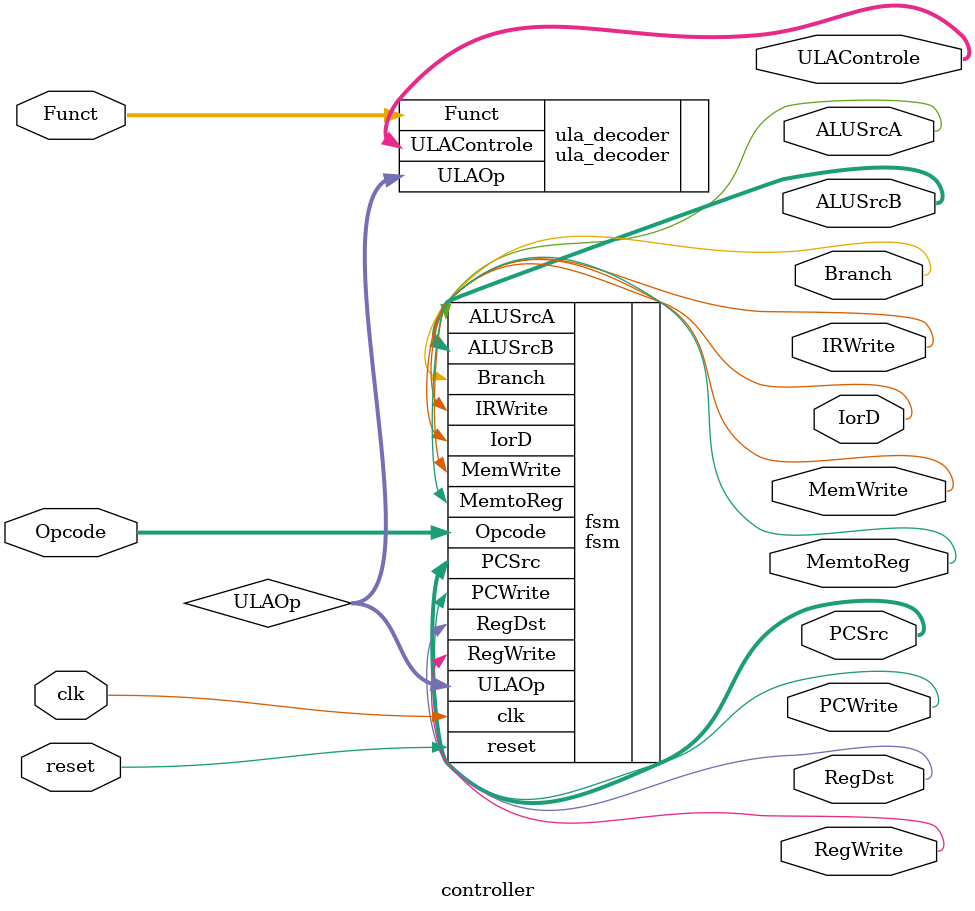
<source format=sv>
module controller(
    input logic [5:0] Opcode, Funct,
    input logic clk, reset,
    output logic MemtoReg, RegDst, IorD, ALUSrcA, IRWrite, MemWrite, PCWrite, Branch, RegWrite,
    output logic [1:0] ALUSrcB, PCSrc,
    output logic [2:0] ULAControle
    );

    logic [1:0]ULAOp;

    fsm fsm(.Opcode(Opcode), .clk(clk), .reset(reset), .MemtoReg(MemtoReg), .RegDst(RegDst), .IorD(IorD)
		, .ALUSrcA(ALUSrcA), .IRWrite(IRWrite), .MemWrite(MemWrite), .PCWrite(PCWrite), .Branch(Branch)
		,.RegWrite(RegWrite), .ULAOp(ULAOp), .ALUSrcB(ALUSrcB), .PCSrc(PCSrc));

    ula_decoder ula_decoder(.ULAOp(ULAOp), .Funct(Funct), .ULAControle(ULAControle));
endmodule

</source>
